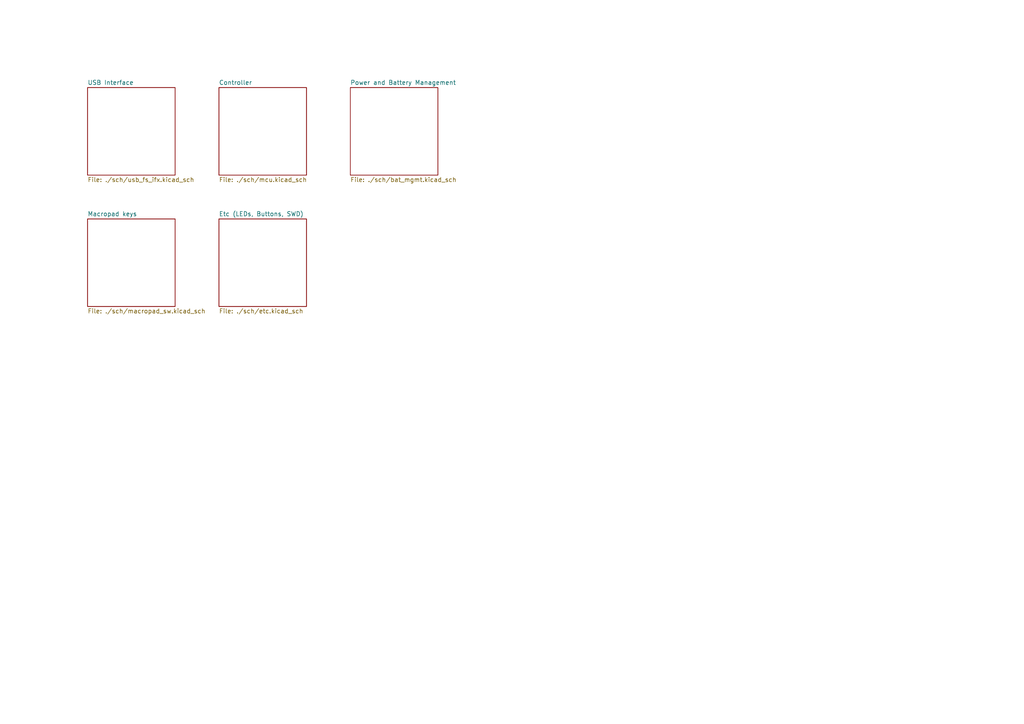
<source format=kicad_sch>
(kicad_sch
	(version 20250114)
	(generator "eeschema")
	(generator_version "9.0")
	(uuid "82914206-8460-41c9-94b4-a459dd1bcf9d")
	(paper "A4")
	(lib_symbols)
	(sheet
		(at 101.6 25.4)
		(size 25.4 25.4)
		(exclude_from_sim no)
		(in_bom yes)
		(on_board yes)
		(dnp no)
		(fields_autoplaced yes)
		(stroke
			(width 0.1524)
			(type solid)
		)
		(fill
			(color 0 0 0 0.0000)
		)
		(uuid "63716c42-00fe-496f-ad21-48b26934ebc3")
		(property "Sheetname" "Power and Battery Management"
			(at 101.6 24.6884 0)
			(effects
				(font
					(size 1.27 1.27)
				)
				(justify left bottom)
			)
		)
		(property "Sheetfile" "./sch/bat_mgmt.kicad_sch"
			(at 101.6 51.3846 0)
			(effects
				(font
					(size 1.27 1.27)
				)
				(justify left top)
			)
		)
		(instances
			(project "macropad"
				(path "/82914206-8460-41c9-94b4-a459dd1bcf9d"
					(page "5")
				)
			)
		)
	)
	(sheet
		(at 25.4 25.4)
		(size 25.4 25.4)
		(exclude_from_sim no)
		(in_bom yes)
		(on_board yes)
		(dnp no)
		(fields_autoplaced yes)
		(stroke
			(width 0.1524)
			(type solid)
		)
		(fill
			(color 0 0 0 0.0000)
		)
		(uuid "72818cf6-3825-4731-adbe-89aac09c564d")
		(property "Sheetname" "USB Interface"
			(at 25.4 24.6884 0)
			(effects
				(font
					(size 1.27 1.27)
				)
				(justify left bottom)
			)
		)
		(property "Sheetfile" "./sch/usb_fs_ifx.kicad_sch"
			(at 25.4 51.3846 0)
			(effects
				(font
					(size 1.27 1.27)
				)
				(justify left top)
			)
		)
		(instances
			(project "macropad"
				(path "/82914206-8460-41c9-94b4-a459dd1bcf9d"
					(page "2")
				)
			)
		)
	)
	(sheet
		(at 63.5 25.4)
		(size 25.4 25.4)
		(exclude_from_sim no)
		(in_bom yes)
		(on_board yes)
		(dnp no)
		(fields_autoplaced yes)
		(stroke
			(width 0.1524)
			(type solid)
		)
		(fill
			(color 0 0 0 0.0000)
		)
		(uuid "8274de8b-eb3a-4ec7-9a0b-98ce90a943a4")
		(property "Sheetname" "Controller"
			(at 63.5 24.6884 0)
			(effects
				(font
					(size 1.27 1.27)
				)
				(justify left bottom)
			)
		)
		(property "Sheetfile" "./sch/mcu.kicad_sch"
			(at 63.5 51.3846 0)
			(effects
				(font
					(size 1.27 1.27)
				)
				(justify left top)
			)
		)
		(instances
			(project "macropad"
				(path "/82914206-8460-41c9-94b4-a459dd1bcf9d"
					(page "3")
				)
			)
		)
	)
	(sheet
		(at 25.4 63.5)
		(size 25.4 25.4)
		(exclude_from_sim no)
		(in_bom yes)
		(on_board yes)
		(dnp no)
		(fields_autoplaced yes)
		(stroke
			(width 0.1524)
			(type solid)
		)
		(fill
			(color 0 0 0 0.0000)
		)
		(uuid "9d42d7fc-b77c-4a93-a28f-e89f9cc85a6b")
		(property "Sheetname" "Macropad keys"
			(at 25.4 62.7884 0)
			(effects
				(font
					(size 1.27 1.27)
				)
				(justify left bottom)
			)
		)
		(property "Sheetfile" "./sch/macropad_sw.kicad_sch"
			(at 25.4 89.4846 0)
			(effects
				(font
					(size 1.27 1.27)
				)
				(justify left top)
			)
		)
		(instances
			(project "macropad"
				(path "/82914206-8460-41c9-94b4-a459dd1bcf9d"
					(page "7")
				)
			)
		)
	)
	(sheet
		(at 63.5 63.5)
		(size 25.4 25.4)
		(exclude_from_sim no)
		(in_bom yes)
		(on_board yes)
		(dnp no)
		(fields_autoplaced yes)
		(stroke
			(width 0.1524)
			(type solid)
		)
		(fill
			(color 0 0 0 0.0000)
		)
		(uuid "e933b57b-5025-490c-8d28-ffbdf9de626d")
		(property "Sheetname" "Etc (LEDs, Buttons, SWD)"
			(at 63.5 62.7884 0)
			(effects
				(font
					(size 1.27 1.27)
				)
				(justify left bottom)
			)
		)
		(property "Sheetfile" "./sch/etc.kicad_sch"
			(at 63.5 89.4846 0)
			(effects
				(font
					(size 1.27 1.27)
				)
				(justify left top)
			)
		)
		(instances
			(project "macropad"
				(path "/82914206-8460-41c9-94b4-a459dd1bcf9d"
					(page "8")
				)
			)
		)
	)
	(sheet_instances
		(path "/"
			(page "1")
		)
	)
	(embedded_fonts no)
)

</source>
